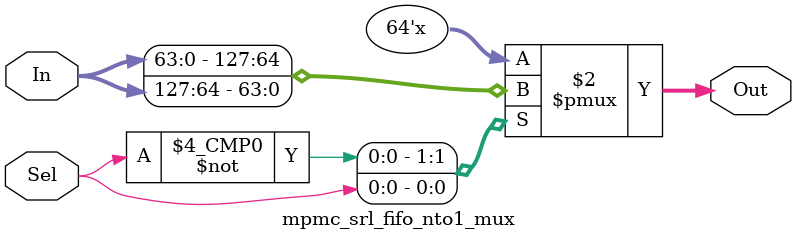
<source format=v>

`timescale 1ns/1ps

module mpmc_srl_fifo_nto1_mux #
  (
   parameter C_RATIO         = 2,
   parameter C_SEL_WIDTH     = 1,
   parameter C_DATAOUT_WIDTH = 64
   )
  (
   input      [C_SEL_WIDTH-1:0]             Sel,
   input      [C_RATIO*C_DATAOUT_WIDTH-1:0] In,
   output reg [C_DATAOUT_WIDTH-1:0]         Out
   );
  generate
    if          (C_RATIO ==  1) begin : gen_1to1
      always @(*) Out <= In;
    end else if (C_RATIO ==  2) begin : gen_2to1
      always @(*) begin
        case (Sel)
          0: Out <= In[C_DATAOUT_WIDTH*1-1:C_DATAOUT_WIDTH*0];
          1: Out <= In[C_DATAOUT_WIDTH*2-1:C_DATAOUT_WIDTH*1];
          default: Out <= In[C_DATAOUT_WIDTH*1-1:C_DATAOUT_WIDTH*0];
        endcase
      end
    end else if (C_RATIO ==  3) begin : gen_3to1
      always @(*) begin
        case (Sel)
          0: Out <= In[C_DATAOUT_WIDTH*1-1:C_DATAOUT_WIDTH*0];
          1: Out <= In[C_DATAOUT_WIDTH*2-1:C_DATAOUT_WIDTH*1];
          2: Out <= In[C_DATAOUT_WIDTH*3-1:C_DATAOUT_WIDTH*2];
          default: Out <= In[C_DATAOUT_WIDTH*1-1:C_DATAOUT_WIDTH*0];
        endcase
      end
    end else if (C_RATIO ==  4) begin : gen_4to1
      always @(*) begin
        case (Sel)
          0: Out <= In[C_DATAOUT_WIDTH*1-1:C_DATAOUT_WIDTH*0];
          1: Out <= In[C_DATAOUT_WIDTH*2-1:C_DATAOUT_WIDTH*1];
          2: Out <= In[C_DATAOUT_WIDTH*3-1:C_DATAOUT_WIDTH*2];
          3: Out <= In[C_DATAOUT_WIDTH*4-1:C_DATAOUT_WIDTH*3];
          default: Out <= In[C_DATAOUT_WIDTH*1-1:C_DATAOUT_WIDTH*0];
        endcase
      end
    end else if (C_RATIO ==  5) begin : gen_5to1
      always @(*) begin
        case (Sel)
          0: Out <= In[C_DATAOUT_WIDTH*1-1:C_DATAOUT_WIDTH*0];
          1: Out <= In[C_DATAOUT_WIDTH*2-1:C_DATAOUT_WIDTH*1];
          2: Out <= In[C_DATAOUT_WIDTH*3-1:C_DATAOUT_WIDTH*2];
          3: Out <= In[C_DATAOUT_WIDTH*4-1:C_DATAOUT_WIDTH*3];
          4: Out <= In[C_DATAOUT_WIDTH*5-1:C_DATAOUT_WIDTH*4];
          default: Out <= In[C_DATAOUT_WIDTH*1-1:C_DATAOUT_WIDTH*0];
        endcase
      end
    end else if (C_RATIO ==  6) begin : gen_6to1
      always @(*) begin
        case (Sel)
          0: Out <= In[C_DATAOUT_WIDTH*1-1:C_DATAOUT_WIDTH*0];
          1: Out <= In[C_DATAOUT_WIDTH*2-1:C_DATAOUT_WIDTH*1];
          2: Out <= In[C_DATAOUT_WIDTH*3-1:C_DATAOUT_WIDTH*2];
          3: Out <= In[C_DATAOUT_WIDTH*4-1:C_DATAOUT_WIDTH*3];
          4: Out <= In[C_DATAOUT_WIDTH*5-1:C_DATAOUT_WIDTH*4];
          5: Out <= In[C_DATAOUT_WIDTH*6-1:C_DATAOUT_WIDTH*5];
          default: Out <= In[C_DATAOUT_WIDTH*1-1:C_DATAOUT_WIDTH*0];
        endcase
      end
    end else if (C_RATIO ==  7) begin : gen_7to1
      always @(*) begin
        case (Sel)
          0: Out <= In[C_DATAOUT_WIDTH*1-1:C_DATAOUT_WIDTH*0];
          1: Out <= In[C_DATAOUT_WIDTH*2-1:C_DATAOUT_WIDTH*1];
          2: Out <= In[C_DATAOUT_WIDTH*3-1:C_DATAOUT_WIDTH*2];
          3: Out <= In[C_DATAOUT_WIDTH*4-1:C_DATAOUT_WIDTH*3];
          4: Out <= In[C_DATAOUT_WIDTH*5-1:C_DATAOUT_WIDTH*4];
          5: Out <= In[C_DATAOUT_WIDTH*6-1:C_DATAOUT_WIDTH*5];
          6: Out <= In[C_DATAOUT_WIDTH*7-1:C_DATAOUT_WIDTH*6];
          default: Out <= In[C_DATAOUT_WIDTH*1-1:C_DATAOUT_WIDTH*0];
        endcase
      end
    end else if (C_RATIO ==  8) begin : gen_8to1
      always @(*) begin
        case (Sel)
          0: Out <= In[C_DATAOUT_WIDTH*1-1:C_DATAOUT_WIDTH*0];
          1: Out <= In[C_DATAOUT_WIDTH*2-1:C_DATAOUT_WIDTH*1];
          2: Out <= In[C_DATAOUT_WIDTH*3-1:C_DATAOUT_WIDTH*2];
          3: Out <= In[C_DATAOUT_WIDTH*4-1:C_DATAOUT_WIDTH*3];
          4: Out <= In[C_DATAOUT_WIDTH*5-1:C_DATAOUT_WIDTH*4];
          5: Out <= In[C_DATAOUT_WIDTH*6-1:C_DATAOUT_WIDTH*5];
          6: Out <= In[C_DATAOUT_WIDTH*7-1:C_DATAOUT_WIDTH*6];
          7: Out <= In[C_DATAOUT_WIDTH*8-1:C_DATAOUT_WIDTH*7];
          default: Out <= In[C_DATAOUT_WIDTH*1-1:C_DATAOUT_WIDTH*0];
        endcase
      end
    end else if (C_RATIO == 9) begin : gen_9to1
      always @(*) begin
        case (Sel)
           0: Out <= In[C_DATAOUT_WIDTH*1-1:C_DATAOUT_WIDTH*0];
           1: Out <= In[C_DATAOUT_WIDTH*2-1:C_DATAOUT_WIDTH*1];
           2: Out <= In[C_DATAOUT_WIDTH*3-1:C_DATAOUT_WIDTH*2];
           3: Out <= In[C_DATAOUT_WIDTH*4-1:C_DATAOUT_WIDTH*3];
           4: Out <= In[C_DATAOUT_WIDTH*5-1:C_DATAOUT_WIDTH*4];
           5: Out <= In[C_DATAOUT_WIDTH*6-1:C_DATAOUT_WIDTH*5];
           6: Out <= In[C_DATAOUT_WIDTH*7-1:C_DATAOUT_WIDTH*6];
           7: Out <= In[C_DATAOUT_WIDTH*8-1:C_DATAOUT_WIDTH*7];
           8: Out <= In[C_DATAOUT_WIDTH*9-1:C_DATAOUT_WIDTH*8];
          default: Out <= In[C_DATAOUT_WIDTH*1-1:C_DATAOUT_WIDTH*0];
        endcase
      end
    end else if (C_RATIO == 10) begin : gen_10to1
      always @(*) begin
        case (Sel)
           0: Out <= In[C_DATAOUT_WIDTH*1-1:C_DATAOUT_WIDTH*0];
           1: Out <= In[C_DATAOUT_WIDTH*2-1:C_DATAOUT_WIDTH*1];
           2: Out <= In[C_DATAOUT_WIDTH*3-1:C_DATAOUT_WIDTH*2];
           3: Out <= In[C_DATAOUT_WIDTH*4-1:C_DATAOUT_WIDTH*3];
           4: Out <= In[C_DATAOUT_WIDTH*5-1:C_DATAOUT_WIDTH*4];
           5: Out <= In[C_DATAOUT_WIDTH*6-1:C_DATAOUT_WIDTH*5];
           6: Out <= In[C_DATAOUT_WIDTH*7-1:C_DATAOUT_WIDTH*6];
           7: Out <= In[C_DATAOUT_WIDTH*8-1:C_DATAOUT_WIDTH*7];
           8: Out <= In[C_DATAOUT_WIDTH*9-1:C_DATAOUT_WIDTH*8];
           9: Out <= In[C_DATAOUT_WIDTH*10-1:C_DATAOUT_WIDTH*9];
          default: Out <= In[C_DATAOUT_WIDTH*1-1:C_DATAOUT_WIDTH*0];
        endcase
      end
    end else if (C_RATIO == 11) begin : gen_11to1
      always @(*) begin
        case (Sel)
           0: Out <= In[C_DATAOUT_WIDTH*1-1:C_DATAOUT_WIDTH*0];
           1: Out <= In[C_DATAOUT_WIDTH*2-1:C_DATAOUT_WIDTH*1];
           2: Out <= In[C_DATAOUT_WIDTH*3-1:C_DATAOUT_WIDTH*2];
           3: Out <= In[C_DATAOUT_WIDTH*4-1:C_DATAOUT_WIDTH*3];
           4: Out <= In[C_DATAOUT_WIDTH*5-1:C_DATAOUT_WIDTH*4];
           5: Out <= In[C_DATAOUT_WIDTH*6-1:C_DATAOUT_WIDTH*5];
           6: Out <= In[C_DATAOUT_WIDTH*7-1:C_DATAOUT_WIDTH*6];
           7: Out <= In[C_DATAOUT_WIDTH*8-1:C_DATAOUT_WIDTH*7];
           8: Out <= In[C_DATAOUT_WIDTH*9-1:C_DATAOUT_WIDTH*8];
           9: Out <= In[C_DATAOUT_WIDTH*10-1:C_DATAOUT_WIDTH*9];
          10: Out <= In[C_DATAOUT_WIDTH*11-1:C_DATAOUT_WIDTH*10];
          default: Out <= In[C_DATAOUT_WIDTH*1-1:C_DATAOUT_WIDTH*0];
        endcase
      end
    end else if (C_RATIO == 12) begin : gen_12to1
      always @(*) begin
        case (Sel)
           0: Out <= In[C_DATAOUT_WIDTH*1-1:C_DATAOUT_WIDTH*0];
           1: Out <= In[C_DATAOUT_WIDTH*2-1:C_DATAOUT_WIDTH*1];
           2: Out <= In[C_DATAOUT_WIDTH*3-1:C_DATAOUT_WIDTH*2];
           3: Out <= In[C_DATAOUT_WIDTH*4-1:C_DATAOUT_WIDTH*3];
           4: Out <= In[C_DATAOUT_WIDTH*5-1:C_DATAOUT_WIDTH*4];
           5: Out <= In[C_DATAOUT_WIDTH*6-1:C_DATAOUT_WIDTH*5];
           6: Out <= In[C_DATAOUT_WIDTH*7-1:C_DATAOUT_WIDTH*6];
           7: Out <= In[C_DATAOUT_WIDTH*8-1:C_DATAOUT_WIDTH*7];
           8: Out <= In[C_DATAOUT_WIDTH*9-1:C_DATAOUT_WIDTH*8];
           9: Out <= In[C_DATAOUT_WIDTH*10-1:C_DATAOUT_WIDTH*9];
          10: Out <= In[C_DATAOUT_WIDTH*11-1:C_DATAOUT_WIDTH*10];
          11: Out <= In[C_DATAOUT_WIDTH*12-1:C_DATAOUT_WIDTH*11];
          default: Out <= In[C_DATAOUT_WIDTH*1-1:C_DATAOUT_WIDTH*0];
        endcase
      end
    end else if (C_RATIO == 13) begin : gen_13to1
      always @(*) begin
        case (Sel)
           0: Out <= In[C_DATAOUT_WIDTH*1-1:C_DATAOUT_WIDTH*0];
           1: Out <= In[C_DATAOUT_WIDTH*2-1:C_DATAOUT_WIDTH*1];
           2: Out <= In[C_DATAOUT_WIDTH*3-1:C_DATAOUT_WIDTH*2];
           3: Out <= In[C_DATAOUT_WIDTH*4-1:C_DATAOUT_WIDTH*3];
           4: Out <= In[C_DATAOUT_WIDTH*5-1:C_DATAOUT_WIDTH*4];
           5: Out <= In[C_DATAOUT_WIDTH*6-1:C_DATAOUT_WIDTH*5];
           6: Out <= In[C_DATAOUT_WIDTH*7-1:C_DATAOUT_WIDTH*6];
           7: Out <= In[C_DATAOUT_WIDTH*8-1:C_DATAOUT_WIDTH*7];
           8: Out <= In[C_DATAOUT_WIDTH*9-1:C_DATAOUT_WIDTH*8];
           9: Out <= In[C_DATAOUT_WIDTH*10-1:C_DATAOUT_WIDTH*9];
          10: Out <= In[C_DATAOUT_WIDTH*11-1:C_DATAOUT_WIDTH*10];
          11: Out <= In[C_DATAOUT_WIDTH*12-1:C_DATAOUT_WIDTH*11];
          12: Out <= In[C_DATAOUT_WIDTH*13-1:C_DATAOUT_WIDTH*12];
          default: Out <= In[C_DATAOUT_WIDTH*1-1:C_DATAOUT_WIDTH*0];
        endcase
      end
    end else if (C_RATIO == 14) begin : gen_14to1
      always @(*) begin
        case (Sel)
           0: Out <= In[C_DATAOUT_WIDTH*1-1:C_DATAOUT_WIDTH*0];
           1: Out <= In[C_DATAOUT_WIDTH*2-1:C_DATAOUT_WIDTH*1];
           2: Out <= In[C_DATAOUT_WIDTH*3-1:C_DATAOUT_WIDTH*2];
           3: Out <= In[C_DATAOUT_WIDTH*4-1:C_DATAOUT_WIDTH*3];
           4: Out <= In[C_DATAOUT_WIDTH*5-1:C_DATAOUT_WIDTH*4];
           5: Out <= In[C_DATAOUT_WIDTH*6-1:C_DATAOUT_WIDTH*5];
           6: Out <= In[C_DATAOUT_WIDTH*7-1:C_DATAOUT_WIDTH*6];
           7: Out <= In[C_DATAOUT_WIDTH*8-1:C_DATAOUT_WIDTH*7];
           8: Out <= In[C_DATAOUT_WIDTH*9-1:C_DATAOUT_WIDTH*8];
           9: Out <= In[C_DATAOUT_WIDTH*10-1:C_DATAOUT_WIDTH*9];
          10: Out <= In[C_DATAOUT_WIDTH*11-1:C_DATAOUT_WIDTH*10];
          11: Out <= In[C_DATAOUT_WIDTH*12-1:C_DATAOUT_WIDTH*11];
          12: Out <= In[C_DATAOUT_WIDTH*13-1:C_DATAOUT_WIDTH*12];
          13: Out <= In[C_DATAOUT_WIDTH*14-1:C_DATAOUT_WIDTH*13];
          default: Out <= In[C_DATAOUT_WIDTH*1-1:C_DATAOUT_WIDTH*0];
        endcase
      end
    end else if (C_RATIO == 15) begin : gen_15to1
      always @(*) begin
        case (Sel)
           0: Out <= In[C_DATAOUT_WIDTH*1-1:C_DATAOUT_WIDTH*0];
           1: Out <= In[C_DATAOUT_WIDTH*2-1:C_DATAOUT_WIDTH*1];
           2: Out <= In[C_DATAOUT_WIDTH*3-1:C_DATAOUT_WIDTH*2];
           3: Out <= In[C_DATAOUT_WIDTH*4-1:C_DATAOUT_WIDTH*3];
           4: Out <= In[C_DATAOUT_WIDTH*5-1:C_DATAOUT_WIDTH*4];
           5: Out <= In[C_DATAOUT_WIDTH*6-1:C_DATAOUT_WIDTH*5];
           6: Out <= In[C_DATAOUT_WIDTH*7-1:C_DATAOUT_WIDTH*6];
           7: Out <= In[C_DATAOUT_WIDTH*8-1:C_DATAOUT_WIDTH*7];
           8: Out <= In[C_DATAOUT_WIDTH*9-1:C_DATAOUT_WIDTH*8];
           9: Out <= In[C_DATAOUT_WIDTH*10-1:C_DATAOUT_WIDTH*9];
          10: Out <= In[C_DATAOUT_WIDTH*11-1:C_DATAOUT_WIDTH*10];
          11: Out <= In[C_DATAOUT_WIDTH*12-1:C_DATAOUT_WIDTH*11];
          12: Out <= In[C_DATAOUT_WIDTH*13-1:C_DATAOUT_WIDTH*12];
          13: Out <= In[C_DATAOUT_WIDTH*14-1:C_DATAOUT_WIDTH*13];
          14: Out <= In[C_DATAOUT_WIDTH*15-1:C_DATAOUT_WIDTH*14];
          default: Out <= In[C_DATAOUT_WIDTH*1-1:C_DATAOUT_WIDTH*0];
        endcase
      end
    end else if (C_RATIO == 16) begin : gen_16to1
      always @(*) begin
        case (Sel)
           0: Out <= In[C_DATAOUT_WIDTH*1-1:C_DATAOUT_WIDTH*0];
           1: Out <= In[C_DATAOUT_WIDTH*2-1:C_DATAOUT_WIDTH*1];
           2: Out <= In[C_DATAOUT_WIDTH*3-1:C_DATAOUT_WIDTH*2];
           3: Out <= In[C_DATAOUT_WIDTH*4-1:C_DATAOUT_WIDTH*3];
           4: Out <= In[C_DATAOUT_WIDTH*5-1:C_DATAOUT_WIDTH*4];
           5: Out <= In[C_DATAOUT_WIDTH*6-1:C_DATAOUT_WIDTH*5];
           6: Out <= In[C_DATAOUT_WIDTH*7-1:C_DATAOUT_WIDTH*6];
           7: Out <= In[C_DATAOUT_WIDTH*8-1:C_DATAOUT_WIDTH*7];
           8: Out <= In[C_DATAOUT_WIDTH*9-1:C_DATAOUT_WIDTH*8];
           9: Out <= In[C_DATAOUT_WIDTH*10-1:C_DATAOUT_WIDTH*9];
          10: Out <= In[C_DATAOUT_WIDTH*11-1:C_DATAOUT_WIDTH*10];
          11: Out <= In[C_DATAOUT_WIDTH*12-1:C_DATAOUT_WIDTH*11];
          12: Out <= In[C_DATAOUT_WIDTH*13-1:C_DATAOUT_WIDTH*12];
          13: Out <= In[C_DATAOUT_WIDTH*14-1:C_DATAOUT_WIDTH*13];
          14: Out <= In[C_DATAOUT_WIDTH*15-1:C_DATAOUT_WIDTH*14];
          15: Out <= In[C_DATAOUT_WIDTH*16-1:C_DATAOUT_WIDTH*15];
          default: Out <= In[C_DATAOUT_WIDTH*1-1:C_DATAOUT_WIDTH*0];
        endcase
      end
    end
  endgenerate
endmodule // mpmc_srl_fifo_nto1_mux


</source>
